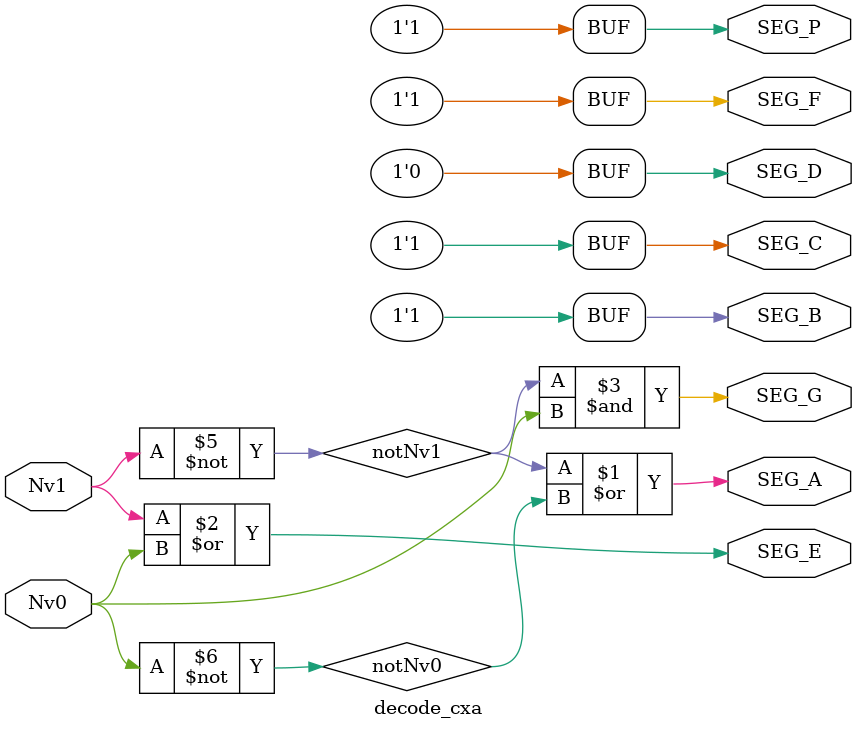
<source format=v>

module decode_cxa(Nv1, Nv0, SEG_A, SEG_B, SEG_C, SEG_D, SEG_E, SEG_F, SEG_G, SEG_P);

input Nv1, Nv0; // Entradas para o decodificador
output SEG_A, SEG_B, SEG_C, SEG_D, SEG_E, SEG_F, SEG_G, SEG_P;

// Entradas negadas
wire notNv2, notNv1, notNv0;
not Not2(notNv2, Nv2);
not Not0(notNv1, Nv1);
not Not1(notNv0, Nv0);

//SEGMENTO A

or or1(SEG_A, notNv1, notNv0);

//SEGMENTO B

not Not8(SEG_B, 0);

//SEGMENTO C

not Not6(SEG_C, 0);

//SEGMENTO D

not Not4(SEG_D, 1);

//SEGMENTO E

or Or0(SEG_E, Nv1, Nv0);

//SEGMENTO F

not Not5(SEG_F, 0);

//SEGMENTO G

and And5(SEG_G, notNv1, Nv0);

//SEGMENTO P

not Not9(SEG_P, 0);

endmodule
</source>
